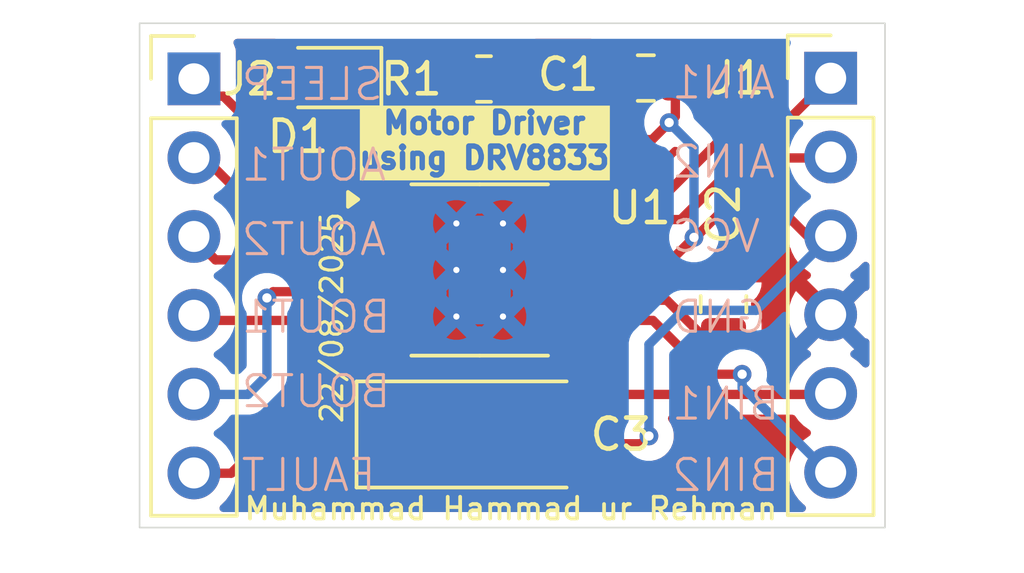
<source format=kicad_pcb>
(kicad_pcb (version 20241229) (generator "pcbnew") (generator_version "9.0")
  (layers (0 "F.Cu" signal) (2 "B.Cu" signal) (13 "F.Paste" user) (15 "B.Paste" user) (5 "F.SilkS" user "F.Silkscreen") (7 "B.SilkS" user "B.Silkscreen") (1 "F.Mask" user) (3 "B.Mask" user) (25 "Edge.Cuts" user))
  (net 0 "")
  (net 1 "GND")
  (net 2 "/VCC")
  (net 3 "Net-(U1-VCP)")
  (net 4 "Net-(D1-K)")
  (net 5 "/BIN2")
  (net 6 "/AIN1")
  (net 7 "/AIN2")
  (net 8 "/BIN1")
  (net 9 "/AOUT1")
  (net 10 "/BOUT1")
  (net 11 "/SLEEP")
  (net 12 "/FAULT")
  (net 13 "/AOUT2")
  (net 14 "/BOUT2")
  (footprint "Connector_PinHeader_2.54mm:PinHeader_1x06_P2.54mm_Vertical" (layer "F.Cu") (at 148.45 89.54)
    (property "Reference" "J2" (at 1.8 0.01 0) (layer "F.SilkS"))
    (property "Value" "Conn_01x06_Pin")
    (fp_line (start -1.38 -1.38) (end 0 -1.38) (stroke (width 0.12)) (layer "F.SilkS"))
    (fp_line (start -1.38 0) (end -1.38 -1.38) (stroke (width 0.12)) (layer "F.SilkS"))
    (fp_line (start -1.38 1.27) (end -1.38 14.08) (stroke (width 0.12)) (layer "F.SilkS"))
    (fp_line (start -1.38 1.27) (end 1.38 1.27) (stroke (width 0.12)) (layer "F.SilkS"))
    (fp_line (start -1.38 14.08) (end 1.38 14.08) (stroke (width 0.12)) (layer "F.SilkS"))
    (fp_line (start 1.38 1.27) (end 1.38 14.08) (stroke (width 0.12)) (layer "F.SilkS"))
    (pad "1" thru_hole rect (at 0 0) (size 1.7 1.7) (drill 1) (layers "*.Cu" "*.Mask") (net 11 "/SLEEP"))
    (pad "2" thru_hole circle (at 0 2.54) (size 1.7 1.7) (drill 1) (layers "*.Cu" "*.Mask") (net 9 "/AOUT1"))
    (pad "3" thru_hole circle (at 0 5.08) (size 1.7 1.7) (drill 1) (layers "*.Cu" "*.Mask") (net 13 "/AOUT2"))
    (pad "4" thru_hole circle (at 0 7.62) (size 1.7 1.7) (drill 1) (layers "*.Cu" "*.Mask") (net 10 "/BOUT1"))
    (pad "5" thru_hole circle (at 0 10.16) (size 1.7 1.7) (drill 1) (layers "*.Cu" "*.Mask") (net 14 "/BOUT2"))
    (pad "6" thru_hole circle (at 0 12.7) (size 1.7 1.7) (drill 1) (layers "*.Cu" "*.Mask") (net 12 "/FAULT"))
  )
  (footprint "Capacitor_SMD:C_0805_2012Metric" (layer "F.Cu") (at 163 89.515)
    (property "Reference" "C1" (at -2.5 -0.115 0) (layer "F.SilkS"))
    (property "Value" "0.1uf")
    (fp_line (start -0.261252 -0.735) (end 0.261252 -0.735) (stroke (width 0.12)) (layer "F.SilkS"))
    (fp_line (start -0.261252 0.735) (end 0.261252 0.735) (stroke (width 0.12)) (layer "F.SilkS"))
    (pad "1" smd roundrect (at -0.95 0) (size 1 1.45) (layers "F.Cu" "F.Mask" "F.Paste") (net 1 "GND"))
    (pad "2" smd roundrect (at 0.95 0) (size 1 1.45) (layers "F.Cu" "F.Mask" "F.Paste") (net 2 "/VCC"))
  )
  (footprint "Capacitor_SMD:C_0805_2012Metric" (layer "F.Cu") (at 165.5 96.8 -90)
    (property "Reference" "C2" (at -2.9 0 90) (layer "F.SilkS"))
    (property "Value" "2.2uf")
    (fp_line (start -0.261252 0.735) (end 0.261252 0.735) (stroke (width 0.12)) (layer "F.SilkS"))
    (fp_line (start -0.261252 -0.735) (end 0.261252 -0.735) (stroke (width 0.12)) (layer "F.SilkS"))
    (pad "1" smd roundrect (at -0.95 0 270) (size 1 1.45) (layers "F.Cu" "F.Mask" "F.Paste") (net 1 "GND"))
    (pad "2" smd roundrect (at 0.95 0 270) (size 1 1.45) (layers "F.Cu" "F.Mask" "F.Paste") (net 3 "Net-(U1-VCP)"))
  )
  (footprint "Resistor_SMD:R_0805_2012Metric" (layer "F.Cu") (at 157.7875 89.545)
    (property "Reference" "R1" (at -2.3375 0.005 0) (layer "F.SilkS"))
    (property "Value" "4.7k")
    (fp_line (start -0.227064 -0.735) (end 0.227064 -0.735) (stroke (width 0.12)) (layer "F.SilkS"))
    (fp_line (start -0.227064 0.735) (end 0.227064 0.735) (stroke (width 0.12)) (layer "F.SilkS"))
    (pad "1" smd roundrect (at -0.9125 0) (size 1.025 1.4) (layers "F.Cu" "F.Mask" "F.Paste") (roundrect_rratio 0.243902) (net 4 "Net-(D1-K)"))
    (pad "2" smd roundrect (at 0.9125 0) (size 1.025 1.4) (layers "F.Cu" "F.Mask" "F.Paste") (roundrect_rratio 0.243902) (net 1 "GND"))
  )
  (footprint "Package_SO:HTSSOP-16-1EP_4.4x5mm_P0.65mm_EP3.4x5mm_Mask2.46x2.31mm_ThermalVias" (layer "F.Cu") (at 157.65 95.7)
    (property "Reference" "U1" (at 5.15 -2 0) (layer "F.SilkS"))
    (property "Value" "DRV8833PWP")
    (fp_line (start 0 -2.76) (end -2.2 -2.76) (stroke (width 0.12)) (layer "F.SilkS"))
    (fp_line (start 0 -2.76) (end 2.2 -2.76) (stroke (width 0.12)) (layer "F.SilkS"))
    (fp_line (start 0 2.76) (end -2.2 2.76) (stroke (width 0.12)) (layer "F.SilkS"))
    (fp_line (start 0 2.76) (end 2.2 2.76) (stroke (width 0.12)) (layer "F.SilkS"))
    (fp_poly (pts (xy -3.91 -2.275) (xy -4.24 -2.035) (xy -4.24 -2.515)) (stroke (width 0.12)) (fill yes) (layer "F.SilkS"))
    (pad "1" smd roundrect (at -2.8625 -2.275) (size 1.575 0.4) (layers "F.Cu" "F.Mask" "F.Paste") (net 11 "/SLEEP"))
    (pad "2" smd roundrect (at -2.8625 -1.625) (size 1.575 0.4) (layers "F.Cu" "F.Mask" "F.Paste") (net 9 "/AOUT1"))
    (pad "3" smd roundrect (at -2.8625 -0.975) (size 1.575 0.4) (layers "F.Cu" "F.Mask" "F.Paste") (net 1 "GND"))
    (pad "4" smd roundrect (at -2.8625 -0.325) (size 1.575 0.4) (layers "F.Cu" "F.Mask" "F.Paste") (net 13 "/AOUT2"))
    (pad "5" smd roundrect (at -2.8625 0.325) (size 1.575 0.4) (layers "F.Cu" "F.Mask" "F.Paste") (net 14 "/BOUT2"))
    (pad "6" smd roundrect (at -2.8625 0.975) (size 1.575 0.4) (layers "F.Cu" "F.Mask" "F.Paste") (net 1 "GND"))
    (pad "7" smd roundrect (at -2.8625 1.625) (size 1.575 0.4) (layers "F.Cu" "F.Mask" "F.Paste") (net 10 "/BOUT1"))
    (pad "8" smd roundrect (at -2.8625 2.275) (size 1.575 0.4) (layers "F.Cu" "F.Mask" "F.Paste") (net 12 "/FAULT"))
    (pad "9" smd roundrect (at 2.8625 2.275) (size 1.575 0.4) (layers "F.Cu" "F.Mask" "F.Paste") (net 8 "/BIN1"))
    (pad "10" smd roundrect (at 2.8625 1.625) (size 1.575 0.4) (layers "F.Cu" "F.Mask" "F.Paste") (net 5 "/BIN2"))
    (pad "11" smd roundrect (at 2.8625 0.975) (size 1.575 0.4) (layers "F.Cu" "F.Mask" "F.Paste") (net 3 "Net-(U1-VCP)"))
    (pad "12" smd roundrect (at 2.8625 0.325) (size 1.575 0.4) (layers "F.Cu" "F.Mask" "F.Paste") (net 2 "/VCC"))
    (pad "13" smd roundrect (at 2.8625 -0.325) (size 1.575 0.4) (layers "F.Cu" "F.Mask" "F.Paste") (net 1 "GND"))
    (pad "14" smd roundrect (at 2.8625 -0.975) (size 1.575 0.4) (layers "F.Cu" "F.Mask" "F.Paste") (net 1 "GND"))
    (pad "15" smd roundrect (at 2.8625 -1.625) (size 1.575 0.4) (layers "F.Cu" "F.Mask" "F.Paste") (net 7 "/AIN2"))
    (pad "16" smd roundrect (at 2.8625 -2.275) (size 1.575 0.4) (layers "F.Cu" "F.Mask" "F.Paste") (net 6 "/AIN1"))
    (pad "17" thru_hole circle (at -0.75 -1.5) (size 0.5 0.5) (drill 0.2) (property pad_prop_heatsink) (layers "*.Cu") (net 1 "GND"))
    (pad "17" thru_hole circle (at -0.75 0) (size 0.5 0.5) (drill 0.2) (property pad_prop_heatsink) (layers "*.Cu") (net 1 "GND"))
    (pad "17" thru_hole circle (at -0.75 1.5) (size 0.5 0.5) (drill 0.2) (property pad_prop_heatsink) (layers "*.Cu") (net 1 "GND"))
    (pad "17" smd rect (at 0 0) (size 2 3.5) (property pad_prop_heatsink) (layers "B.Cu") (net 1 "GND"))
    (pad "17" smd rect (at 0 0) (size 3.4 5) (property pad_prop_heatsink) (layers "F.Cu") (net 1 "GND"))
    (pad "17" thru_hole circle (at 0.75 -1.5) (size 0.5 0.5) (drill 0.2) (property pad_prop_heatsink) (layers "*.Cu") (net 1 "GND"))
    (pad "17" thru_hole circle (at 0.75 0) (size 0.5 0.5) (drill 0.2) (property pad_prop_heatsink) (layers "*.Cu") (net 1 "GND"))
    (pad "17" thru_hole circle (at 0.75 1.5) (size 0.5 0.5) (drill 0.2) (property pad_prop_heatsink) (layers "*.Cu") (net 1 "GND"))
  )
  (footprint "LED_SMD:LED_0805_2012Metric" (layer "F.Cu") (at 152.8 89.5 180)
    (property "Reference" "D1" (at 1 -1.9 0) (layer "F.SilkS"))
    (property "Value" "LED")
    (fp_line (start 1 -0.96) (end -1.685 -0.96) (stroke (width 0.12)) (layer "F.SilkS"))
    (fp_line (start -1.685 0.96) (end 1 0.96) (stroke (width 0.12)) (layer "F.SilkS"))
    (fp_line (start -1.685 -0.96) (end -1.685 0.96) (stroke (width 0.12)) (layer "F.SilkS"))
    (pad "1" smd roundrect (at -0.9375 0 180) (size 0.975 1.4) (layers "F.Cu" "F.Mask" "F.Paste") (net 4 "Net-(D1-K)"))
    (pad "2" smd roundrect (at 0.9375 0 180) (size 0.975 1.4) (layers "F.Cu" "F.Mask" "F.Paste") (net 2 "/VCC"))
  )
  (footprint "Capacitor_Tantalum_SMD:CP_EIA-6032-20_AVX-F" (layer "F.Cu") (at 157.45 101)
    (property "Reference" "C3" (at 4.75 0 0) (layer "F.SilkS"))
    (property "Value" "10uf")
    (fp_line (start -3.765 -1.71) (end -3.765 1.71) (stroke (width 0.12)) (layer "F.SilkS"))
    (fp_line (start -3.765 1.71) (end 3 1.71) (stroke (width 0.12)) (layer "F.SilkS"))
    (fp_line (start 3 -1.71) (end -3.765 -1.71) (stroke (width 0.12)) (layer "F.SilkS"))
    (pad "1" smd roundrect (at -2.47 0) (size 2.07 2.39) (layers "F.Cu" "F.Mask" "F.Paste") (roundrect_rratio 0.120773) (net 1 "GND"))
    (pad "2" smd roundrect (at 2.47 0) (size 2.07 2.39) (layers "F.Cu" "F.Mask" "F.Paste") (roundrect_rratio 0.120773) (net 2 "/VCC"))
  )
  (footprint "Connector_PinHeader_2.54mm:PinHeader_1x06_P2.54mm_Vertical" (layer "F.Cu") (at 168.95 89.52)
    (property "Reference" "J1" (at -3 0 0) (layer "F.SilkS"))
    (property "Value" "Conn_01x06_Pin")
    (fp_line (start -1.38 -1.38) (end 0 -1.38) (stroke (width 0.12)) (layer "F.SilkS"))
    (fp_line (start -1.38 0) (end -1.38 -1.38) (stroke (width 0.12)) (layer "F.SilkS"))
    (fp_line (start -1.38 1.27) (end -1.38 14.08) (stroke (width 0.12)) (layer "F.SilkS"))
    (fp_line (start -1.38 1.27) (end 1.38 1.27) (stroke (width 0.12)) (layer "F.SilkS"))
    (fp_line (start -1.38 14.08) (end 1.38 14.08) (stroke (width 0.12)) (layer "F.SilkS"))
    (fp_line (start 1.38 1.27) (end 1.38 14.08) (stroke (width 0.12)) (layer "F.SilkS"))
    (pad "1" thru_hole rect (at 0 0) (size 1.7 1.7) (drill 1) (layers "*.Cu" "*.Mask") (net 6 "/AIN1"))
    (pad "2" thru_hole circle (at 0 2.54) (size 1.7 1.7) (drill 1) (layers "*.Cu" "*.Mask") (net 7 "/AIN2"))
    (pad "3" thru_hole circle (at 0 5.08) (size 1.7 1.7) (drill 1) (layers "*.Cu" "*.Mask") (net 2 "/VCC"))
    (pad "4" thru_hole circle (at 0 7.62) (size 1.7 1.7) (drill 1) (layers "*.Cu" "*.Mask") (net 1 "GND"))
    (pad "5" thru_hole circle (at 0 10.16) (size 1.7 1.7) (drill 1) (layers "*.Cu" "*.Mask") (net 8 "/BIN1"))
    (pad "6" thru_hole circle (at 0 12.7) (size 1.7 1.7) (drill 1) (layers "*.Cu" "*.Mask") (net 5 "/BIN2"))
  )
  (gr_rect (start 146.7 87.75) (end 170.7 104) (stroke (width 0.05)) (fill no) (layer "Edge.Cuts"))
  (gr_text "22/08/2025" (at 153.3 100.7 90) (layer "F.SilkS") (effects (font (size 0.7 0.7) (thickness 0.1)) (justify left bottom)))
  (gr_text "Motor Driver\nusing DRV8833" (at 157.8 92.5 0) (layer "F.SilkS" knockout) (effects (font (size 0.7 0.7) (thickness 0.175) (bold yes)) (justify bottom)))
  (gr_text "Muhammad Hammad ur Rehman" (at 167.3 103.8 0) (layer "F.SilkS") (effects (font (size 0.7 0.7) (thickness 0.12) (bold yes)) (justify right bottom)))
  (gr_text "BIN2" (at 167.37619 102.9 -0) (layer "B.SilkS") (effects (font (size 1 1) (thickness 0.1)) (justify left bottom mirror)))
  (gr_text "AOUT2" (at 154.709524 95.3 -0) (layer "B.SilkS") (effects (font (size 1 1) (thickness 0.1)) (justify left bottom mirror)))
  (gr_text "BOUT1" (at 154.852381 97.8 -0) (layer "B.SilkS") (effects (font (size 1 1) (thickness 0.1)) (justify left bottom mirror)))
  (gr_text "FAULT" (at 154.376191 102.9 -0) (layer "B.SilkS") (effects (font (size 1 1) (thickness 0.1)) (justify left bottom mirror)))
  (gr_text "BOUT2\n" (at 154.852381 100.2 -0) (layer "B.SilkS") (effects (font (size 1 1) (thickness 0.1)) (justify left bottom mirror)))
  (gr_text "BIN1" (at 167.37619 100.6 -0) (layer "B.SilkS") (effects (font (size 1 1) (thickness 0.1)) (justify left bottom mirror)))
  (gr_text "AIN2\n" (at 167.233333 92.8 -0) (layer "B.SilkS") (effects (font (size 1 1) (thickness 0.1)) (justify left bottom mirror)))
  (gr_text "SLEEP" (at 154.614286 90.3 -0) (layer "B.SilkS") (effects (font (size 1 1) (thickness 0.1)) (justify left bottom mirror)))
  (gr_text "AIN1\n" (at 167.233333 90.25 -0) (layer "B.SilkS") (effects (font (size 1 1) (thickness 0.1)) (justify left bottom mirror)))
  (gr_text "AOUT1\n" (at 154.709524 92.9 -0) (layer "B.SilkS") (effects (font (size 1 1) (thickness 0.1)) (justify left bottom mirror)))
  (gr_text "GND" (at 166.947619 97.8 -0) (layer "B.SilkS") (effects (font (size 1 1) (thickness 0.1)) (justify left bottom mirror)))
  (gr_text "VCC" (at 166.757143 95.2 -0) (layer "B.SilkS") (effects (font (size 1 1) (thickness 0.1)) (justify left bottom mirror)))
  (segment (start 162.05 89.515) (end 158.73 89.515) (width 0.3) (layer "F.Cu") (net 1))
  (segment (start 158.73 89.515) (end 158.7 89.545) (width 0.3) (layer "F.Cu") (net 1))
  (segment (start 163.2 91.5) (end 163.75 90.95) (width 0.3) (layer "F.Cu") (net 2))
  (segment (start 163.75 90.95) (end 163.95 90.75) (width 0.3) (layer "F.Cu") (net 2))
  (segment (start 151.8625 89.5) (end 151.8625 90.7625) (width 0.3) (layer "F.Cu") (net 2))
  (segment (start 159.97 101.3) (end 162.85 101.3) (width 0.3) (layer "F.Cu") (net 2))
  (segment (start 151.8625 90.7625) (end 152.6 91.5) (width 0.3) (layer "F.Cu") (net 2))
  (segment (start 166.9 93.3) (end 168.23 94.63) (width 0.3) (layer "F.Cu") (net 2))
  (segment (start 165.95 93.3) (end 166.9 93.3) (width 0.3) (layer "F.Cu") (net 2))
  (segment (start 164.55 94.65) (end 164.6 94.65) (width 0.3) (layer "F.Cu") (net 2))
  (segment (start 164.6 94.65) (end 165.95 93.3) (width 0.3) (layer "F.Cu") (net 2))
  (segment (start 152.6 91.5) (end 163.2 91.5) (width 0.3) (layer "F.Cu") (net 2))
  (segment (start 168.23 94.63) (end 168.9 94.63) (width 0.3) (layer "F.Cu") (net 2))
  (segment (start 163.175 96.025) (end 164.55 94.65) (width 0.3) (layer "F.Cu") (net 2))
  (segment (start 160.5125 96.025) (end 163.175 96.025) (width 0.3) (layer "F.Cu") (net 2))
  (segment (start 162.85 101.3) (end 163.1 101.05) (width 0.3) (layer "F.Cu") (net 2))
  (segment (start 163.95 90.75) (end 163.95 89.515) (width 0.3) (layer "F.Cu") (net 2))
  (via (at 163.75 90.95) (size 0.6) (drill 0.3) (layers "F.Cu" "B.Cu") (net 2))
  (via (at 164.55 94.65) (size 0.6) (drill 0.3) (layers "F.Cu" "B.Cu") (net 2))
  (via (at 163.1 101.05) (size 0.6) (drill 0.3) (layers "F.Cu" "B.Cu") (net 2))
  (segment (start 164.55 91.75) (end 164.55 94.65) (width 0.3) (layer "B.Cu") (net 2))
  (segment (start 164.2 97) (end 163.1 98.1) (width 0.3) (layer "B.Cu") (net 2))
  (segment (start 166.55 97) (end 164.2 97) (width 0.3) (layer "B.Cu") (net 2))
  (segment (start 163.75 90.95) (end 164.55 91.75) (width 0.3) (layer "B.Cu") (net 2))
  (segment (start 168.95 94.6) (end 166.55 97) (width 0.3) (layer "B.Cu") (net 2))
  (segment (start 163.1 98.1) (end 163.1 101.05) (width 0.3) (layer "B.Cu") (net 2))
  (segment (start 163.675 96.675) (end 160.5125 96.675) (width 0.3) (layer "F.Cu") (net 3))
  (segment (start 164.75 97.75) (end 163.675 96.675) (width 0.3) (layer "F.Cu") (net 3))
  (segment (start 165.5 97.75) (end 164.75 97.75) (width 0.3) (layer "F.Cu") (net 3))
  (segment (start 153.7375 89.5) (end 156.83 89.5) (width 0.3) (layer "F.Cu") (net 4))
  (segment (start 156.83 89.5) (end 156.875 89.545) (width 0.3) (layer "F.Cu") (net 4))
  (segment (start 164.66 99.06) (end 166.1 99.06) (width 0.3) (layer "F.Cu") (net 5))
  (segment (start 163.225 97.325) (end 164.3 98.4) (width 0.3) (layer "F.Cu") (net 5))
  (segment (start 164.3 98.4) (end 164.3 98.7) (width 0.3) (layer "F.Cu") (net 5))
  (segment (start 164.3 98.7) (end 164.66 99.06) (width 0.3) (layer "F.Cu") (net 5))
  (segment (start 160.5125 97.325) (end 163.225 97.325) (width 0.3) (layer "F.Cu") (net 5))
  (via (at 166.1 99.06) (size 0.6) (drill 0.3) (layers "F.Cu" "B.Cu") (net 5))
  (segment (start 166.1 99.5) (end 166.15 99.5) (width 0.3) (layer "B.Cu") (net 5))
  (segment (start 166.15 99.5) (end 168.9 102.25) (width 0.3) (layer "B.Cu") (net 5))
  (segment (start 166.1 99.06) (end 166.1 99.5) (width 0.3) (layer "B.Cu") (net 5))
  (segment (start 163.5 93.4) (end 160.5375 93.4) (width 0.3) (layer "F.Cu") (net 6))
  (segment (start 167.45 91) (end 165.9 91) (width 0.3) (layer "F.Cu") (net 6))
  (segment (start 160.5375 93.4) (end 160.5125 93.425) (width 0.3) (layer "F.Cu") (net 6))
  (segment (start 165.9 91) (end 163.5 93.4) (width 0.3) (layer "F.Cu") (net 6))
  (segment (start 168.9 89.55) (end 167.45 91) (width 0.3) (layer "F.Cu") (net 6))
  (segment (start 166.11 92.09) (end 164.125 94.075) (width 0.3) (layer "F.Cu") (net 7))
  (segment (start 164.125 94.075) (end 160.5125 94.075) (width 0.3) (layer "F.Cu") (net 7))
  (segment (start 168.9 92.09) (end 166.11 92.09) (width 0.3) (layer "F.Cu") (net 7))
  (segment (start 160.5125 97.975) (end 162.2475 99.71) (width 0.3) (layer "F.Cu") (net 8))
  (segment (start 162.2475 99.71) (end 168.9 99.71) (width 0.3) (layer "F.Cu") (net 8))
  (segment (start 148.79 92.09) (end 150.775 94.075) (width 0.3) (layer "F.Cu") (net 9))
  (segment (start 150.775 94.075) (end 154.7875 94.075) (width 0.3) (layer "F.Cu") (net 9))
  (segment (start 148.4 92.09) (end 148.79 92.09) (width 0.3) (layer "F.Cu") (net 9))
  (segment (start 148.555 97.325) (end 154.7875 97.325) (width 0.3) (layer "F.Cu") (net 10))
  (segment (start 148.4 97.17) (end 148.555 97.325) (width 0.3) (layer "F.Cu") (net 10))
  (segment (start 150.2 90.9) (end 150.2 92.4) (width 0.3) (layer "F.Cu") (net 11))
  (segment (start 148.4 89.55) (end 148.95 90.1) (width 0.3) (layer "F.Cu") (net 11))
  (segment (start 150.2 92.4) (end 151.225 93.425) (width 0.3) (layer "F.Cu") (net 11))
  (segment (start 151.225 93.425) (end 154.7875 93.425) (width 0.3) (layer "F.Cu") (net 11))
  (segment (start 149.4 90.1) (end 150.2 90.9) (width 0.3) (layer "F.Cu") (net 11))
  (segment (start 148.95 90.1) (end 149.4 90.1) (width 0.3) (layer "F.Cu") (net 11))
  (segment (start 152.4 98.7) (end 152.4 101) (width 0.3) (layer "F.Cu") (net 12))
  (segment (start 150 101.9) (end 149.65 102.25) (width 0.3) (layer "F.Cu") (net 12))
  (segment (start 152.4 101) (end 151.5 101.9) (width 0.3) (layer "F.Cu") (net 12))
  (segment (start 149.65 102.25) (end 148.4 102.25) (width 0.3) (layer "F.Cu") (net 12))
  (segment (start 154.7875 97.975) (end 153.125 97.975) (width 0.3) (layer "F.Cu") (net 12))
  (segment (start 153.125 97.975) (end 152.4 98.7) (width 0.3) (layer "F.Cu") (net 12))
  (segment (start 151.5 101.9) (end 150 101.9) (width 0.3) (layer "F.Cu") (net 12))
  (segment (start 149.145 95.375) (end 154.7875 95.375) (width 0.3) (layer "F.Cu") (net 13))
  (segment (start 148.4 94.63) (end 149.145 95.375) (width 0.3) (layer "F.Cu") (net 13))
  (segment (start 154.7875 96.025) (end 153.675 96.025) (width 0.3) (layer "F.Cu") (net 14))
  (segment (start 151 96.4) (end 150.8 96.6) (width 0.3) (layer "F.Cu") (net 14))
  (segment (start 153.3 96.4) (end 151 96.4) (width 0.3) (layer "F.Cu") (net 14))
  (segment (start 153.675 96.025) (end 153.3 96.4) (width 0.3) (layer "F.Cu") (net 14))
  (via (at 150.8 96.6) (size 0.6) (drill 0.3) (layers "F.Cu" "B.Cu") (net 14))
  (segment (start 148.4 99.71) (end 150.19 99.71) (width 0.3) (layer "B.Cu") (net 14))
  (segment (start 150.8 99.1) (end 150.8 96.6) (width 0.3) (layer "B.Cu") (net 14))
  (segment (start 150.19 99.71) (end 150.8 99.1) (width 0.3) (layer "B.Cu") (net 14))
  (zone (net 1) (net_name "GND") (layers "F.Cu" "B.Cu") (connect_pads (clearance 0.5)) (min_thickness 0.25) (fill yes (thermal_gap 0.5) (thermal_bridge_width 0.5))
    (polygon (pts (xy 146 87) (xy 172 87) (xy 172 105) (xy 146 105)))
  )
)
</source>
